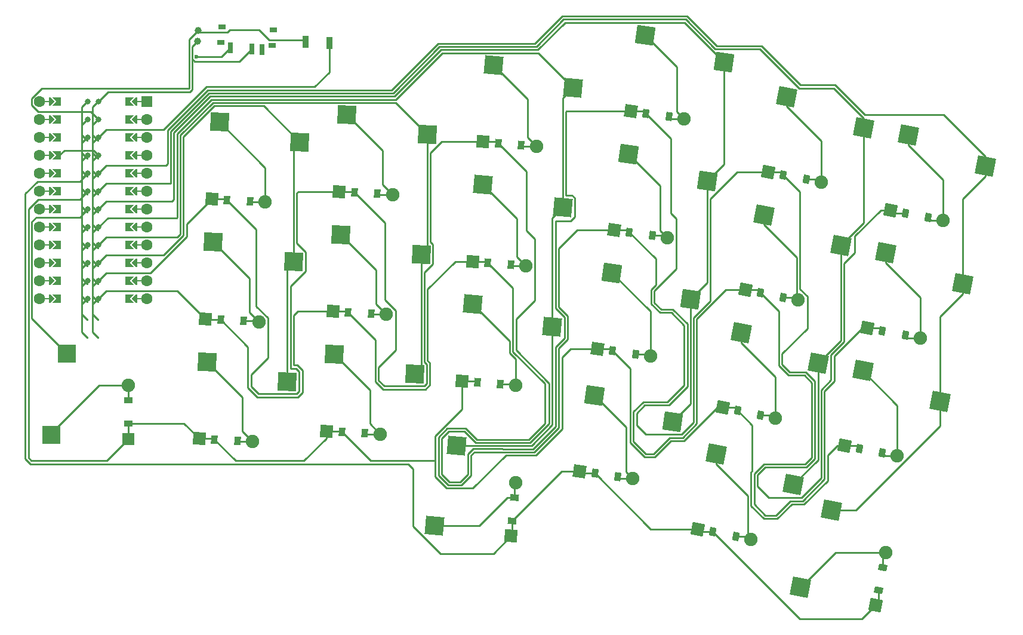
<source format=gbr>
%TF.GenerationSoftware,KiCad,Pcbnew,(6.0.9)*%
%TF.CreationDate,2022-11-07T09:36:57+01:00*%
%TF.ProjectId,itemun,6974656d-756e-42e6-9b69-6361645f7063,v1.0.0*%
%TF.SameCoordinates,Original*%
%TF.FileFunction,Copper,L2,Bot*%
%TF.FilePolarity,Positive*%
%FSLAX46Y46*%
G04 Gerber Fmt 4.6, Leading zero omitted, Abs format (unit mm)*
G04 Created by KiCad (PCBNEW (6.0.9)) date 2022-11-07 09:36:57*
%MOMM*%
%LPD*%
G01*
G04 APERTURE LIST*
G04 Aperture macros list*
%AMRotRect*
0 Rectangle, with rotation*
0 The origin of the aperture is its center*
0 $1 length*
0 $2 width*
0 $3 Rotation angle, in degrees counterclockwise*
0 Add horizontal line*
21,1,$1,$2,0,0,$3*%
%AMFreePoly0*
4,1,6,0.600000,0.200000,0.000000,-0.400000,-0.600000,0.200000,-0.600000,0.400000,0.600000,0.400000,0.600000,0.200000,0.600000,0.200000,$1*%
%AMFreePoly1*
4,1,5,0.125000,-0.500000,-0.125000,-0.500000,-0.125000,0.500000,0.125000,0.500000,0.125000,-0.500000,0.125000,-0.500000,$1*%
%AMFreePoly2*
4,1,6,0.600000,-0.250000,-0.600000,-0.250000,-0.600000,1.000000,0.000000,0.400000,0.600000,1.000000,0.600000,-0.250000,0.600000,-0.250000,$1*%
%AMFreePoly3*
4,1,49,0.004773,0.123721,0.009154,0.124665,0.028961,0.117240,0.062500,0.108253,0.068237,0.102516,0.075053,0.099961,0.087617,0.083136,0.108253,0.062500,0.111178,0.051584,0.117161,0.043572,0.118539,0.024114,0.125000,0.000000,0.121239,-0.014035,0.122131,-0.026629,0.113759,-0.041951,0.108253,-0.062500,0.095644,-0.075109,0.088389,-0.088388,-0.641000,-0.817776,-0.641000,-4.770224,
0.088389,-5.499612,0.109852,-5.528356,0.124665,-5.597154,0.099961,-5.663053,0.043572,-5.705161,-0.026629,-5.710131,-0.088388,-5.676389,-0.854388,-4.910388,-0.867707,-4.892552,-0.871189,-4.889530,-0.871982,-4.886826,-0.875852,-4.881644,-0.882331,-4.851549,-0.891000,-4.822000,-0.891000,-0.766000,-0.887805,-0.743969,-0.888131,-0.739371,-0.886780,-0.736898,-0.885852,-0.730498,-0.869151,-0.704632,
-0.854388,-0.677612,-0.088388,0.088389,-0.064606,0.106147,-0.062500,0.108253,-0.061385,0.108552,-0.059644,0.109852,-0.043806,0.113262,0.000000,0.125000,0.004773,0.123721,0.004773,0.123721,$1*%
G04 Aperture macros list end*
%TA.AperFunction,SMDPad,CuDef*%
%ADD10RotRect,2.600000X2.600000X357.000000*%
%TD*%
%TA.AperFunction,ComponentPad*%
%ADD11C,1.000000*%
%TD*%
%TA.AperFunction,SMDPad,CuDef*%
%ADD12RotRect,2.600000X2.600000X349.000000*%
%TD*%
%TA.AperFunction,SMDPad,CuDef*%
%ADD13RotRect,0.900000X1.200000X79.000000*%
%TD*%
%TA.AperFunction,ComponentPad*%
%ADD14C,1.905000*%
%TD*%
%TA.AperFunction,ComponentPad*%
%ADD15RotRect,1.778000X1.778000X79.000000*%
%TD*%
%TA.AperFunction,SMDPad,CuDef*%
%ADD16R,2.600000X2.600000*%
%TD*%
%TA.AperFunction,SMDPad,CuDef*%
%ADD17RotRect,0.900000X1.200000X349.000000*%
%TD*%
%TA.AperFunction,ComponentPad*%
%ADD18RotRect,1.778000X1.778000X349.000000*%
%TD*%
%TA.AperFunction,SMDPad,CuDef*%
%ADD19RotRect,2.600000X2.600000X352.000000*%
%TD*%
%TA.AperFunction,SMDPad,CuDef*%
%ADD20RotRect,0.900000X1.200000X357.000000*%
%TD*%
%TA.AperFunction,ComponentPad*%
%ADD21RotRect,1.778000X1.778000X357.000000*%
%TD*%
%TA.AperFunction,SMDPad,CuDef*%
%ADD22RotRect,2.600000X2.600000X79.000000*%
%TD*%
%TA.AperFunction,SMDPad,CuDef*%
%ADD23R,1.000000X0.800000*%
%TD*%
%TA.AperFunction,SMDPad,CuDef*%
%ADD24R,0.700000X1.500000*%
%TD*%
%TA.AperFunction,SMDPad,CuDef*%
%ADD25R,0.900000X1.700000*%
%TD*%
%TA.AperFunction,SMDPad,CuDef*%
%ADD26RotRect,2.600000X2.600000X355.000000*%
%TD*%
%TA.AperFunction,SMDPad,CuDef*%
%ADD27RotRect,0.900000X1.200000X355.000000*%
%TD*%
%TA.AperFunction,ComponentPad*%
%ADD28RotRect,1.778000X1.778000X355.000000*%
%TD*%
%TA.AperFunction,SMDPad,CuDef*%
%ADD29RotRect,2.600000X2.600000X85.000000*%
%TD*%
%TA.AperFunction,SMDPad,CuDef*%
%ADD30RotRect,0.900000X1.200000X352.000000*%
%TD*%
%TA.AperFunction,ComponentPad*%
%ADD31RotRect,1.778000X1.778000X352.000000*%
%TD*%
%TA.AperFunction,SMDPad,CuDef*%
%ADD32RotRect,0.900000X1.200000X85.000000*%
%TD*%
%TA.AperFunction,ComponentPad*%
%ADD33RotRect,1.778000X1.778000X85.000000*%
%TD*%
%TA.AperFunction,SMDPad,CuDef*%
%ADD34R,1.200000X0.900000*%
%TD*%
%TA.AperFunction,ComponentPad*%
%ADD35R,1.778000X1.778000*%
%TD*%
%TA.AperFunction,ComponentPad*%
%ADD36C,1.600000*%
%TD*%
%TA.AperFunction,SMDPad,CuDef*%
%ADD37FreePoly0,90.000000*%
%TD*%
%TA.AperFunction,SMDPad,CuDef*%
%ADD38FreePoly1,90.000000*%
%TD*%
%TA.AperFunction,SMDPad,CuDef*%
%ADD39FreePoly0,270.000000*%
%TD*%
%TA.AperFunction,ComponentPad*%
%ADD40R,1.600000X1.600000*%
%TD*%
%TA.AperFunction,SMDPad,CuDef*%
%ADD41FreePoly1,270.000000*%
%TD*%
%TA.AperFunction,SMDPad,CuDef*%
%ADD42FreePoly2,90.000000*%
%TD*%
%TA.AperFunction,SMDPad,CuDef*%
%ADD43FreePoly3,270.000000*%
%TD*%
%TA.AperFunction,ComponentPad*%
%ADD44C,0.800000*%
%TD*%
%TA.AperFunction,SMDPad,CuDef*%
%ADD45FreePoly3,90.000000*%
%TD*%
%TA.AperFunction,SMDPad,CuDef*%
%ADD46FreePoly2,270.000000*%
%TD*%
%TA.AperFunction,ComponentPad*%
%ADD47C,0.600000*%
%TD*%
%TA.AperFunction,Conductor*%
%ADD48C,0.250000*%
%TD*%
G04 APERTURE END LIST*
D10*
%TO.P,S3,1*%
%TO.N,outer_home*%
X34940736Y25661627D03*
%TO.P,S3,2*%
%TO.N,P14*%
X46359768Y22860162D03*
%TD*%
D11*
%TO.P,,1*%
%TO.N,RAW*%
X32701949Y54117795D03*
%TO.P,,2*%
%TO.N,GND*%
X32780453Y55615739D03*
%TD*%
D12*
%TO.P,S22,1*%
%TO.N,shift_first*%
X106322274Y-4384641D03*
%TO.P,S22,2*%
%TO.N,P20*%
X117240289Y-8748064D03*
%TD*%
D10*
%TO.P,S4,1*%
%TO.N,outer_top*%
X35830447Y42638330D03*
%TO.P,S4,2*%
%TO.N,P14*%
X47249479Y39836865D03*
%TD*%
D13*
%TO.P,D23,1*%
%TO.N,P2*%
X129328717Y-23729905D03*
D14*
%TO.N,e_first*%
X130370534Y-18370220D03*
D15*
%TO.P,D23,2*%
%TO.N,P2*%
X128916570Y-25850220D03*
D13*
%TO.N,e_first*%
X129958387Y-20490535D03*
%TD*%
D16*
%TO.P,S1,1*%
%TO.N,outouter_bottom*%
X11981505Y-1706197D03*
%TO.P,S1,2*%
%TO.N,P4*%
X14181505Y9843803D03*
%TD*%
D10*
%TO.P,S5,1*%
%TO.N,pinkie_bottom*%
X52131028Y9740137D03*
%TO.P,S5,2*%
%TO.N,P15*%
X63550060Y6938672D03*
%TD*%
D17*
%TO.P,D16,1*%
%TO.N,P16*%
X115827254Y35138880D03*
D14*
%TO.N,index_top*%
X121186939Y34097063D03*
D18*
%TO.P,D16,2*%
%TO.N,P16*%
X113706939Y35551027D03*
D17*
%TO.N,index_top*%
X119066624Y34509210D03*
%TD*%
D19*
%TO.P,S21,1*%
%TO.N,alt_first*%
X88996956Y3944389D03*
%TO.P,S21,2*%
%TO.N,P19*%
X100128371Y158350D03*
%TD*%
D12*
%TO.P,S18,1*%
%TO.N,inner_home*%
X130365387Y24112283D03*
%TO.P,S18,2*%
%TO.N,P21*%
X141283402Y19748860D03*
%TD*%
D20*
%TO.P,D5,1*%
%TO.N,P3*%
X53180722Y-1279903D03*
D14*
%TO.N,pinkie_bottom*%
X58633240Y-1565657D03*
D21*
%TO.P,D5,2*%
%TO.N,P3*%
X51023682Y-1166857D03*
D20*
%TO.N,pinkie_bottom*%
X56476200Y-1452611D03*
%TD*%
D22*
%TO.P,S23,1*%
%TO.N,e_first*%
X118269836Y-23235691D03*
%TO.P,S23,2*%
%TO.N,P21*%
X122633259Y-12317676D03*
%TD*%
D23*
%TO.P,,*%
%TO.N,*%
X36045787Y53912510D03*
X43451445Y55737429D03*
X36161450Y56119481D03*
X43335783Y53530458D03*
D24*
%TO.P,,1*%
%TO.N,pos*%
X37409850Y53190131D03*
%TO.P,,2*%
%TO.N,RAW*%
X40405739Y53033123D03*
%TO.P,,3*%
%TO.N,N/C*%
X41903683Y52954619D03*
%TD*%
D25*
%TO.P,,1*%
%TO.N,RST*%
X51415573Y53888085D03*
%TO.P,,2*%
%TO.N,GND*%
X48020233Y54066027D03*
%TD*%
D14*
%TO.P,D2,1*%
%TO.N,outer_bottom*%
X40553237Y-2620868D03*
D20*
%TO.N,P3*%
X35100719Y-2335114D03*
%TO.P,D2,2*%
%TO.N,outer_bottom*%
X38396197Y-2507822D03*
D21*
%TO.N,P3*%
X32943679Y-2222068D03*
%TD*%
D19*
%TO.P,S12,1*%
%TO.N,middle_home*%
X93884319Y38125198D03*
%TO.P,S12,2*%
%TO.N,P19*%
X105015734Y34339159D03*
%TD*%
D12*
%TO.P,S15,1*%
%TO.N,index_home*%
X113077715Y29510099D03*
%TO.P,S15,2*%
%TO.N,P20*%
X123995730Y25146676D03*
%TD*%
D20*
%TO.P,D3,1*%
%TO.N,P10*%
X35990430Y14641588D03*
D14*
%TO.N,outer_home*%
X41442948Y14355834D03*
D20*
%TO.P,D3,2*%
X39285908Y14468880D03*
D21*
%TO.N,P10*%
X33833390Y14754634D03*
%TD*%
D26*
%TO.P,S10,1*%
%TO.N,ring_top*%
X74702124Y50704958D03*
%TO.P,S10,2*%
%TO.N,P18*%
X86016430Y47506680D03*
%TD*%
D14*
%TO.P,D7,1*%
%TO.N,pinkie_top*%
X60412663Y32387748D03*
D20*
%TO.N,P16*%
X54960145Y32673502D03*
D21*
%TO.P,D7,2*%
X52803105Y32786548D03*
D20*
%TO.N,pinkie_top*%
X58255623Y32500794D03*
%TD*%
D14*
%TO.P,D9,1*%
%TO.N,ring_home*%
X79324161Y22243818D03*
D27*
%TO.N,P10*%
X73884938Y22719688D03*
D28*
%TO.P,D9,2*%
X71733157Y22907944D03*
D27*
%TO.N,ring_home*%
X77172380Y22432074D03*
%TD*%
D12*
%TO.P,S16,1*%
%TO.N,index_top*%
X116321468Y46197761D03*
%TO.P,S16,2*%
%TO.N,P20*%
X127239483Y41834338D03*
%TD*%
D10*
%TO.P,S6,1*%
%TO.N,pinkie_home*%
X53020740Y26716839D03*
%TO.P,S6,2*%
%TO.N,P15*%
X64439772Y23915374D03*
%TD*%
%TO.P,S7,1*%
%TO.N,pinkie_top*%
X53910451Y43693541D03*
%TO.P,S7,2*%
%TO.N,P15*%
X65329483Y40892076D03*
%TD*%
D20*
%TO.P,D4,1*%
%TO.N,P16*%
X36880141Y31618290D03*
D14*
%TO.N,outer_top*%
X42332659Y31332536D03*
D20*
%TO.P,D4,2*%
X40175619Y31445582D03*
D21*
%TO.N,P16*%
X34723101Y31731336D03*
%TD*%
D29*
%TO.P,S20,1*%
%TO.N,ctrl_first*%
X66308992Y-14536798D03*
%TO.P,S20,2*%
%TO.N,P18*%
X69507270Y-3222492D03*
%TD*%
D14*
%TO.P,D18,1*%
%TO.N,inner_home*%
X135230858Y12011584D03*
D17*
%TO.N,P10*%
X129871173Y13053401D03*
D18*
%TO.P,D18,2*%
X127750858Y13465548D03*
D17*
%TO.N,inner_home*%
X133110543Y12423731D03*
%TD*%
D12*
%TO.P,S17,1*%
%TO.N,inner_bottom*%
X127121634Y7424621D03*
%TO.P,S17,2*%
%TO.N,P21*%
X138039649Y3061198D03*
%TD*%
D30*
%TO.P,D21,1*%
%TO.N,P2*%
X89082196Y-7125202D03*
D14*
%TO.N,alt_first*%
X94489059Y-7885088D03*
D30*
%TO.P,D21,2*%
X92350080Y-7584474D03*
D31*
%TO.N,P2*%
X86943217Y-6824588D03*
%TD*%
D27*
%TO.P,D8,1*%
%TO.N,P3*%
X72403290Y5784378D03*
D14*
%TO.N,ring_bottom*%
X77842513Y5308508D03*
D27*
%TO.P,D8,2*%
X75690732Y5496764D03*
D28*
%TO.N,P3*%
X70251509Y5972634D03*
%TD*%
D14*
%TO.P,D13,1*%
%TO.N,middle_top*%
X101742365Y43130277D03*
D30*
%TO.N,P16*%
X96335502Y43890163D03*
%TO.P,D13,2*%
%TO.N,middle_top*%
X99603386Y43430891D03*
D31*
%TO.N,P16*%
X94196523Y44190777D03*
%TD*%
D14*
%TO.P,D22,1*%
%TO.N,shift_first*%
X111187745Y-16485340D03*
D17*
%TO.N,P2*%
X105828060Y-15443523D03*
D18*
%TO.P,D22,2*%
X103707745Y-15031376D03*
D17*
%TO.N,shift_first*%
X109067430Y-16073193D03*
%TD*%
D30*
%TO.P,D11,1*%
%TO.N,P3*%
X91603616Y10221049D03*
D14*
%TO.N,middle_bottom*%
X97010479Y9461163D03*
D30*
%TO.P,D11,2*%
X94871500Y9761777D03*
D31*
%TO.N,P3*%
X89464637Y10521663D03*
%TD*%
D14*
%TO.P,D19,1*%
%TO.N,inner_top*%
X138474611Y28699246D03*
D17*
%TO.N,P16*%
X133114926Y29741063D03*
D18*
%TO.P,D19,2*%
X130994611Y30153210D03*
D17*
%TO.N,inner_top*%
X136354296Y29111393D03*
%TD*%
D14*
%TO.P,D20,1*%
%TO.N,ctrl_first*%
X77834822Y-8433113D03*
D32*
%TO.N,P2*%
X77358952Y-13872336D03*
D33*
%TO.P,D20,2*%
X77170696Y-16024117D03*
D32*
%TO.N,ctrl_first*%
X77646566Y-10584894D03*
%TD*%
D12*
%TO.P,S19,1*%
%TO.N,inner_top*%
X133609140Y40799945D03*
%TO.P,S19,2*%
%TO.N,P21*%
X144527155Y36436522D03*
%TD*%
D30*
%TO.P,D12,1*%
%TO.N,P10*%
X93969559Y27055606D03*
D14*
%TO.N,middle_home*%
X99376422Y26295720D03*
D31*
%TO.P,D12,2*%
%TO.N,P10*%
X91830580Y27356220D03*
D30*
%TO.N,middle_home*%
X97237443Y26596334D03*
%TD*%
D34*
%TO.P,D1,1*%
%TO.N,P3*%
X22931505Y-81197D03*
D14*
%TO.N,outouter_bottom*%
X22931505Y5378803D03*
D35*
%TO.P,D1,2*%
%TO.N,P3*%
X22931505Y-2241197D03*
D34*
%TO.N,outouter_bottom*%
X22931505Y3218803D03*
%TD*%
D19*
%TO.P,S11,1*%
%TO.N,middle_bottom*%
X91518376Y21290640D03*
%TO.P,S11,2*%
%TO.N,P19*%
X102649791Y17504601D03*
%TD*%
D17*
%TO.P,D15,1*%
%TO.N,P10*%
X112583501Y18451217D03*
D14*
%TO.N,index_home*%
X117943186Y17409400D03*
D18*
%TO.P,D15,2*%
%TO.N,P10*%
X110463186Y18863364D03*
D17*
%TO.N,index_home*%
X115822871Y17821547D03*
%TD*%
D12*
%TO.P,S14,1*%
%TO.N,index_bottom*%
X109833963Y12822437D03*
%TO.P,S14,2*%
%TO.N,P20*%
X120751978Y8459014D03*
%TD*%
D26*
%TO.P,S9,1*%
%TO.N,ring_home*%
X73220477Y33769648D03*
%TO.P,S9,2*%
%TO.N,P18*%
X84534783Y30571370D03*
%TD*%
D14*
%TO.P,D6,1*%
%TO.N,pinkie_home*%
X59522952Y15411046D03*
D20*
%TO.N,P10*%
X54070434Y15696800D03*
D21*
%TO.P,D6,2*%
X51913394Y15809846D03*
D20*
%TO.N,pinkie_home*%
X57365912Y15524092D03*
%TD*%
D26*
%TO.P,S8,1*%
%TO.N,ring_bottom*%
X71738829Y16834338D03*
%TO.P,S8,2*%
%TO.N,P18*%
X83053135Y13636060D03*
%TD*%
D36*
%TO.P,MCU1,*%
%TO.N,*%
X25551505Y17598803D03*
D37*
X12089505Y37918803D03*
X12089505Y22678803D03*
X12089505Y32838803D03*
D38*
X11581505Y37918803D03*
X11581505Y30298803D03*
D39*
X23773505Y30298803D03*
D40*
X25551505Y45538803D03*
D36*
X25551505Y45538803D03*
X10311505Y27758803D03*
D38*
X11581505Y27758803D03*
D36*
X25551505Y27758803D03*
D37*
X12089505Y17598803D03*
D41*
X24281505Y22678803D03*
D39*
X23773505Y25218803D03*
D36*
X25551505Y37918803D03*
D41*
X24281505Y32838803D03*
D39*
X23773505Y37918803D03*
D38*
X11581505Y40458803D03*
D36*
X25551505Y40458803D03*
D38*
X11581505Y22678803D03*
D39*
X23773505Y40458803D03*
D41*
X24281505Y20138803D03*
D36*
X10311505Y25218803D03*
X25551505Y22678803D03*
D38*
X11581505Y45538803D03*
X11581505Y25218803D03*
D39*
X23773505Y20138803D03*
D36*
X25551505Y42998803D03*
D41*
X24281505Y35378803D03*
D38*
X11581505Y20138803D03*
D41*
X24281505Y17598803D03*
D38*
X11581505Y42998803D03*
D39*
X23773505Y45538803D03*
D41*
X24281505Y45538803D03*
D37*
X12089505Y35378803D03*
D41*
X24281505Y40458803D03*
X24281505Y30298803D03*
D36*
X10311505Y45538803D03*
D37*
X12089505Y45538803D03*
D38*
X11581505Y32838803D03*
D37*
X12089505Y20138803D03*
D36*
X10311505Y17598803D03*
D39*
X23773505Y42998803D03*
D38*
X11581505Y35378803D03*
D36*
X25551505Y35378803D03*
D39*
X23773505Y17598803D03*
D37*
X12089505Y25218803D03*
D36*
X10311505Y35378803D03*
D39*
X23773505Y32838803D03*
D41*
X24281505Y37918803D03*
D36*
X10311505Y20138803D03*
D39*
X23773505Y27758803D03*
X23773505Y22678803D03*
D36*
X25551505Y30298803D03*
D41*
X24281505Y25218803D03*
D36*
X25551505Y25218803D03*
D37*
X12089505Y42998803D03*
D36*
X10311505Y42998803D03*
X10311505Y40458803D03*
D41*
X24281505Y42998803D03*
D38*
X11581505Y17598803D03*
D36*
X25551505Y20138803D03*
D39*
X23773505Y35378803D03*
D37*
X12089505Y30298803D03*
D36*
X25551505Y32838803D03*
X10311505Y37918803D03*
X10311505Y30298803D03*
X10311505Y22678803D03*
D41*
X24281505Y27758803D03*
D37*
X12089505Y40458803D03*
D36*
X10311505Y32838803D03*
D37*
X12089505Y27758803D03*
D42*
%TO.P,MCU1,1*%
%TO.N,RAW*%
X13105505Y45538803D03*
D43*
X18693505Y45538803D03*
D44*
X18693505Y45538803D03*
D42*
%TO.P,MCU1,2*%
%TO.N,N/C*%
X13105505Y42998803D03*
D44*
%TO.N,GND*%
X18693505Y42998803D03*
D43*
X18693505Y42998803D03*
D44*
%TO.P,MCU1,3*%
%TO.N,RST*%
X18693505Y40458803D03*
D43*
X18693505Y40458803D03*
D42*
X13105505Y40458803D03*
D44*
%TO.P,MCU1,4*%
%TO.N,VCC*%
X18693505Y37918803D03*
D43*
X18693505Y37918803D03*
D42*
X13105505Y37918803D03*
D44*
%TO.P,MCU1,5*%
%TO.N,P21*%
X18693505Y35378803D03*
D43*
X18693505Y35378803D03*
D42*
X13105505Y35378803D03*
D43*
%TO.P,MCU1,6*%
%TO.N,P20*%
X18693505Y32838803D03*
D44*
X18693505Y32838803D03*
D42*
X13105505Y32838803D03*
D44*
%TO.P,MCU1,7*%
%TO.N,P19*%
X18693505Y30298803D03*
D43*
X18693505Y30298803D03*
D42*
X13105505Y30298803D03*
D44*
%TO.P,MCU1,8*%
%TO.N,P18*%
X18693505Y27758803D03*
D43*
X18693505Y27758803D03*
D42*
X13105505Y27758803D03*
D44*
%TO.P,MCU1,9*%
%TO.N,P15*%
X18693505Y25218803D03*
D43*
X18693505Y25218803D03*
D42*
X13105505Y25218803D03*
D44*
%TO.P,MCU1,10*%
%TO.N,P14*%
X18693505Y22678803D03*
D42*
X13105505Y22678803D03*
D43*
X18693505Y22678803D03*
D42*
%TO.P,MCU1,11*%
%TO.N,P16*%
X13105505Y20138803D03*
D43*
X18693505Y20138803D03*
D44*
X18693505Y20138803D03*
D42*
%TO.P,MCU1,12*%
%TO.N,P10*%
X13105505Y17598803D03*
D44*
X18693505Y17598803D03*
D43*
X18693505Y17598803D03*
D45*
%TO.P,MCU1,13*%
%TO.N,P9*%
X17169505Y17598803D03*
D46*
X22757505Y17598803D03*
D44*
X17169505Y17598803D03*
D45*
%TO.P,MCU1,14*%
%TO.N,P8*%
X17169505Y20138803D03*
D44*
X17169505Y20138803D03*
D46*
X22757505Y20138803D03*
D44*
%TO.P,MCU1,15*%
%TO.N,P7*%
X17169505Y22678803D03*
D46*
X22757505Y22678803D03*
D45*
X17169505Y22678803D03*
%TO.P,MCU1,16*%
%TO.N,P6*%
X17169505Y25218803D03*
D44*
X17169505Y25218803D03*
D46*
X22757505Y25218803D03*
D45*
%TO.P,MCU1,17*%
%TO.N,P5*%
X17169505Y27758803D03*
D46*
X22757505Y27758803D03*
D44*
X17169505Y27758803D03*
%TO.P,MCU1,18*%
%TO.N,P4*%
X17169505Y30298803D03*
D46*
X22757505Y30298803D03*
D45*
X17169505Y30298803D03*
%TO.P,MCU1,19*%
%TO.N,P3*%
X17169505Y32838803D03*
D44*
X17169505Y32838803D03*
D46*
X22757505Y32838803D03*
%TO.P,MCU1,20*%
%TO.N,P2*%
X22757505Y35378803D03*
D45*
X17169505Y35378803D03*
D44*
X17169505Y35378803D03*
D46*
%TO.P,MCU1,21*%
%TO.N,GND*%
X22757505Y37918803D03*
D45*
X17169505Y37918803D03*
D44*
X17169505Y37918803D03*
D45*
%TO.P,MCU1,22*%
X17169505Y40458803D03*
D46*
X22757505Y40458803D03*
D44*
X17169505Y40458803D03*
D45*
%TO.P,MCU1,23*%
%TO.N,P0*%
X17169505Y42998803D03*
D44*
X17169505Y42998803D03*
D46*
X22757505Y42998803D03*
D44*
%TO.P,MCU1,24*%
%TO.N,P1*%
X17169505Y45538803D03*
D45*
X17169505Y45538803D03*
D46*
X22757505Y45538803D03*
%TD*%
D19*
%TO.P,S13,1*%
%TO.N,middle_top*%
X96250261Y54959755D03*
%TO.P,S13,2*%
%TO.N,P19*%
X107381676Y51173716D03*
%TD*%
D14*
%TO.P,D14,1*%
%TO.N,index_bottom*%
X114699434Y721738D03*
D17*
%TO.N,P3*%
X109339749Y1763555D03*
%TO.P,D14,2*%
%TO.N,index_bottom*%
X112579119Y1133885D03*
D18*
%TO.N,P3*%
X107219434Y2175702D03*
%TD*%
D10*
%TO.P,S2,1*%
%TO.N,outer_bottom*%
X34051025Y8684925D03*
%TO.P,S2,2*%
%TO.N,P14*%
X45470057Y5883460D03*
%TD*%
D14*
%TO.P,D10,1*%
%TO.N,ring_top*%
X80805809Y39179128D03*
D27*
%TO.N,P16*%
X75366586Y39654998D03*
D28*
%TO.P,D10,2*%
X73214805Y39843254D03*
D27*
%TO.N,ring_top*%
X78654028Y39367384D03*
%TD*%
D17*
%TO.P,D17,1*%
%TO.N,P3*%
X126627420Y-3634261D03*
D14*
%TO.N,inner_bottom*%
X131987105Y-4676078D03*
D18*
%TO.P,D17,2*%
%TO.N,P3*%
X124507105Y-3222114D03*
D17*
%TO.N,inner_bottom*%
X129866790Y-4263931D03*
%TD*%
D47*
%TO.P,REF\u002A\u002A,1*%
%TO.N,pos*%
X32584193Y51870878D03*
%TD*%
D48*
%TO.N,outer_top*%
X42332659Y36136118D02*
X35830447Y42638330D01*
X42332659Y31332536D02*
X42332659Y36136118D01*
X40288665Y31332536D02*
X40175619Y31445582D01*
X42332659Y31332536D02*
X40288665Y31332536D01*
X42219613Y31445582D02*
X42332659Y31332536D01*
X40175619Y31445582D02*
X40175619Y31710301D01*
%TO.N,outouter_bottom*%
X22931505Y5378803D02*
X22931505Y3218803D01*
X11981505Y-1426196D02*
X18786504Y5378803D01*
X18786504Y5378803D02*
X22931505Y5378803D01*
X11981505Y-1706197D02*
X11981505Y-1426196D01*
%TO.N,P4*%
X9845514Y29173803D02*
X16044505Y29173803D01*
X14181505Y9843803D02*
X9186505Y14838803D01*
X16044505Y29173803D02*
X17169505Y30298803D01*
X9186505Y14838803D02*
X9186505Y28514794D01*
X9186505Y28514794D02*
X9845514Y29173803D01*
%TO.N,P3*%
X108927602Y2175702D02*
X109339749Y1763555D01*
X111412105Y-308801D02*
X111412105Y-6812076D01*
X99881396Y-2534924D02*
X97571469Y-4844851D01*
X66442470Y-4856198D02*
X66446834Y-4851834D01*
X9141598Y-5306198D02*
X8736505Y-4901105D01*
X94115085Y7709579D02*
X91603616Y10221049D01*
X22931505Y-81197D02*
X30802808Y-81197D01*
X47825336Y-5362264D02*
X51023682Y-2163918D01*
X91303002Y10521663D02*
X91603616Y10221049D01*
X72215034Y5972634D02*
X72403290Y5784378D01*
X80694792Y-4575800D02*
X84421867Y-848725D01*
X109339749Y1763555D02*
X111412105Y-308801D01*
X111412105Y-6812076D02*
X111250459Y-6973722D01*
X38127869Y-5362264D02*
X47825336Y-5362264D01*
X66446834Y-1816938D02*
X70251509Y1987737D01*
X66446834Y-5486834D02*
X66446834Y-7634472D01*
X19866504Y-5306198D02*
X9141598Y-5306198D01*
X85621730Y10521663D02*
X89464637Y10521663D01*
X111250459Y-11734655D02*
X113091376Y-13575572D01*
X70251509Y5972634D02*
X72215034Y5972634D01*
X107219434Y2175702D02*
X108927602Y2175702D01*
X124507105Y-3222114D02*
X126215273Y-3222114D01*
X66446834Y-5436034D02*
X66446834Y-1816938D01*
X113091376Y-13575572D02*
X114948055Y-13575572D01*
X51023682Y-1166857D02*
X53067676Y-1166857D01*
X22931505Y-2241197D02*
X22931505Y-81197D01*
X34987673Y-2222068D02*
X35100719Y-2335114D01*
X94110242Y2707103D02*
X94115085Y2711946D01*
X118775764Y-11497231D02*
X122101978Y-8171016D01*
X76479400Y-4575800D02*
X80694792Y-4575800D01*
X123451864Y-3222114D02*
X124507105Y-3222114D01*
X16044505Y31713803D02*
X17169505Y32838803D01*
X94110242Y-2790796D02*
X94110242Y2707103D01*
X97571469Y-4844851D02*
X96164297Y-4844851D01*
X35100719Y-2335114D02*
X38127869Y-5362264D01*
X32943679Y-2222068D02*
X34987673Y-2222068D01*
X89464637Y10521663D02*
X91303002Y10521663D01*
X30802808Y-81197D02*
X32943679Y-2222068D01*
X53180722Y-1279903D02*
X57263083Y-5362264D01*
X96164297Y-4844851D02*
X94110242Y-2790796D01*
X22931505Y-2241197D02*
X19866504Y-5306198D01*
X8736505Y-4901105D02*
X8736505Y30314795D01*
X117026396Y-11497231D02*
X118775764Y-11497231D01*
X66373064Y-5362264D02*
X66446834Y-5436034D01*
X122101978Y-8171016D02*
X122101978Y-4572000D01*
X8736505Y30314795D02*
X10135514Y31713803D01*
X71795170Y-9260030D02*
X76479400Y-4575800D01*
X122101978Y-4572000D02*
X123451864Y-3222114D01*
X126215273Y-3222114D02*
X126627420Y-3634261D01*
X66446834Y-1816938D02*
X66446834Y-4851834D01*
X51023682Y-2163918D02*
X51023682Y-1166857D01*
X107219434Y2175702D02*
X106452833Y2175702D01*
X114948055Y-13575572D02*
X117026396Y-11497231D01*
X94115085Y2711946D02*
X94115085Y7709579D01*
X53067676Y-1166857D02*
X53180722Y-1279903D01*
X106452833Y2175702D02*
X101742207Y-2534924D01*
X111250459Y-6973722D02*
X111250459Y-11734655D01*
X10135514Y31713803D02*
X16044505Y31713803D01*
X70251509Y1987737D02*
X70251509Y5972634D01*
X101742207Y-2534924D02*
X99881396Y-2534924D01*
X66446834Y-7634472D02*
X68072392Y-9260030D01*
X57263083Y-5362264D02*
X66373064Y-5362264D01*
X66446834Y-5436034D02*
X66446834Y-5486834D01*
X84421867Y-848725D02*
X84421867Y9321800D01*
X68072392Y-9260030D02*
X71795170Y-9260030D01*
X84421867Y9321800D02*
X85621730Y10521663D01*
%TO.N,outer_bottom*%
X39099639Y-1167270D02*
X40553237Y-2620868D01*
X38509243Y-2620868D02*
X38396197Y-2507822D01*
X40553237Y-2620868D02*
X38509243Y-2620868D01*
X34051025Y8684925D02*
X39099639Y3636311D01*
X39099639Y3636311D02*
X39099639Y-1167270D01*
%TO.N,P14*%
X46359768Y22860162D02*
X46359768Y38947154D01*
X45470057Y21970451D02*
X46359768Y22860162D01*
X45470057Y5883460D02*
X45470057Y21970451D01*
X30731486Y40595427D02*
X30731486Y26614189D01*
X46359768Y38947154D02*
X47249479Y39836865D01*
X42139202Y44947142D02*
X35083201Y44947142D01*
X47249479Y39836865D02*
X42139202Y44947142D01*
X19818505Y23803803D02*
X18693505Y22678803D01*
X35083201Y44947142D02*
X30731486Y40595427D01*
X27921100Y23803803D02*
X19818505Y23803803D01*
X30731486Y26614189D02*
X27921100Y23803803D01*
%TO.N,outer_home*%
X40095910Y20506453D02*
X34940736Y25661627D01*
X41329902Y14468880D02*
X41442948Y14355834D01*
X39285908Y14468880D02*
X41329902Y14468880D01*
X41442948Y14355834D02*
X40095910Y15702872D01*
X40095910Y15702872D02*
X40095910Y20506453D01*
%TO.N,P10*%
X101749791Y13844213D02*
X99958612Y15635392D01*
X81977802Y5600002D02*
X81977802Y-73894D01*
X33946436Y14641588D02*
X33833390Y14754634D01*
X35990430Y14641588D02*
X33946436Y14641588D01*
X121651978Y-7984620D02*
X118589368Y-11047231D01*
X95962828Y2979776D02*
X99402562Y2979776D01*
X97081662Y16861342D02*
X97081662Y18923440D01*
X77465597Y19139029D02*
X77465597Y10112207D01*
X83971867Y-662329D02*
X83971867Y10564471D01*
X113062412Y-5798164D02*
X118917396Y-5798164D01*
X83971867Y10564471D02*
X85236491Y11829095D01*
X123051145Y5911771D02*
X121651978Y4512604D01*
X35990430Y14641588D02*
X39874545Y10757473D01*
X81977802Y-73894D02*
X79729204Y-2322492D01*
X96350693Y-4394851D02*
X94560242Y-2604400D01*
X65086242Y4782400D02*
X65702600Y5398758D01*
X127031304Y13465548D02*
X123051145Y9485389D01*
X47611312Y7445545D02*
X46852657Y8204200D01*
X107688560Y18863364D02*
X103549791Y14724595D01*
X73696682Y22907944D02*
X73884938Y22719688D01*
X80508396Y-4125800D02*
X83971867Y-662329D01*
X46370057Y8204200D02*
X46370057Y15214600D01*
X116574102Y6758912D02*
X115196200Y8136814D01*
X29864221Y18723803D02*
X33833390Y14754634D01*
X51913394Y15809846D02*
X53957388Y15809846D01*
X71733157Y22907944D02*
X73696682Y22907944D01*
X97740411Y19582189D02*
X97740411Y23284754D01*
X70768678Y-739482D02*
X68160686Y-739482D01*
X47611312Y4332261D02*
X47611312Y7445545D01*
X46852657Y8204200D02*
X46370057Y8204200D01*
X65702600Y5398758D02*
X65702600Y8501772D01*
X118917396Y-5798164D02*
X119851978Y-4863583D01*
X97740411Y23284754D02*
X93969559Y27055606D01*
X99402562Y2979776D02*
X101749791Y5327005D01*
X66896834Y-2003334D02*
X66896834Y-7448076D01*
X99695000Y-2084924D02*
X97385073Y-4394851D01*
X111700459Y-7160118D02*
X113062412Y-5798164D01*
X57954548Y11812686D02*
X57954548Y5874256D01*
X66896834Y-7448076D02*
X68258788Y-8810030D01*
X97385073Y-4394851D02*
X96350693Y-4394851D01*
X69273916Y22907944D02*
X71733157Y22907944D01*
X110463186Y18863364D02*
X112171354Y18863364D01*
X71999396Y-4125800D02*
X80508396Y-4125800D01*
X83953135Y24765000D02*
X86544355Y27356220D01*
X98307612Y15635392D02*
X97081662Y16861342D01*
X127750858Y13465548D02*
X127031304Y13465548D01*
X18693505Y17598803D02*
X19818505Y18723803D01*
X71546836Y-7448076D02*
X71546836Y-4578360D01*
X114761659Y-13125572D02*
X113277772Y-13125572D01*
X65339772Y8864600D02*
X65339772Y18973800D01*
X68258788Y-8810030D02*
X70184882Y-8810030D01*
X41190204Y3690200D02*
X46969251Y3690200D01*
X46370057Y15214600D02*
X46965303Y15809846D01*
X94560242Y1577189D02*
X95962828Y2979776D01*
X73884938Y22719688D02*
X77465597Y19139029D01*
X103549791Y14724595D02*
X103549791Y-90944D01*
X115196200Y8136814D02*
X115196200Y15838518D01*
X54070434Y15696800D02*
X57954548Y11812686D01*
X115196200Y15838518D02*
X112583501Y18451217D01*
X113277772Y-13125572D02*
X111700459Y-11548259D01*
X116840000Y-11047231D02*
X114761659Y-13125572D01*
X83953135Y16454461D02*
X83953135Y24765000D01*
X79729204Y-2322492D02*
X72351688Y-2322492D01*
X53957388Y15809846D02*
X54070434Y15696800D01*
X99958612Y15635392D02*
X98307612Y15635392D01*
X71546836Y-4578360D02*
X71999396Y-4125800D01*
X112171354Y18863364D02*
X112583501Y18451217D01*
X39874545Y5005859D02*
X41190204Y3690200D01*
X118803834Y6758912D02*
X116574102Y6758912D01*
X86544355Y27356220D02*
X91830580Y27356220D01*
X110463186Y18863364D02*
X107688560Y18863364D01*
X72351688Y-2322492D02*
X70768678Y-739482D01*
X118589368Y-11047231D02*
X116840000Y-11047231D01*
X129459026Y13465548D02*
X129871173Y13053401D01*
X19818505Y18723803D02*
X29864221Y18723803D01*
X46965303Y15809846D02*
X51913394Y15809846D01*
X101555811Y-2084924D02*
X99695000Y-2084924D01*
X97081662Y18923440D02*
X97740411Y19582189D01*
X121651978Y4512604D02*
X121651978Y-7984620D01*
X65702600Y8501772D02*
X65339772Y8864600D01*
X39874545Y10757473D02*
X39874545Y5005859D01*
X57954548Y5874256D02*
X59046404Y4782400D01*
X111700459Y-11548259D02*
X111700459Y-7160118D01*
X127750858Y13465548D02*
X129459026Y13465548D01*
X65339772Y18973800D02*
X69273916Y22907944D01*
X123051145Y9485389D02*
X123051145Y5911771D01*
X77465597Y10112207D02*
X81977802Y5600002D01*
X70184882Y-8810030D02*
X71546836Y-7448076D01*
X94560242Y-2604400D02*
X94560242Y1577189D01*
X93668945Y27356220D02*
X93969559Y27055606D01*
X68160686Y-739482D02*
X66896834Y-2003334D01*
X103549791Y-90944D02*
X101555811Y-2084924D01*
X119851978Y-4863583D02*
X119851978Y5710768D01*
X85236491Y11829095D02*
X85236491Y15171105D01*
X59046404Y4782400D02*
X65086242Y4782400D01*
X101749791Y5327005D02*
X101749791Y13844213D01*
X119851978Y5710768D02*
X118803834Y6758912D01*
X91830580Y27356220D02*
X93668945Y27356220D01*
X85236491Y15171105D02*
X83953135Y16454461D01*
X46969251Y3690200D02*
X47611312Y4332261D01*
%TO.N,P16*%
X124445730Y22584826D02*
X125980825Y24119921D01*
X98494008Y16085392D02*
X100145008Y16085392D01*
X68445184Y-8360030D02*
X69998486Y-8360030D01*
X105465734Y31754841D02*
X109261920Y35551027D01*
X99897605Y29687129D02*
X100653922Y28930812D01*
X65779483Y38286018D02*
X65779483Y25654000D01*
X103099791Y95452D02*
X103099791Y14910991D01*
X131406758Y29741063D02*
X130994611Y30153210D01*
X19818505Y21263803D02*
X18693505Y20138803D01*
X66131027Y25302456D02*
X66131027Y22550571D01*
X120301978Y5897164D02*
X120301978Y-5049979D01*
X42720448Y9227414D02*
X42720448Y14884992D01*
X113706939Y35551027D02*
X115415107Y35551027D01*
X34723101Y31731336D02*
X31181486Y28189721D01*
X46822756Y25453232D02*
X48051023Y24224965D01*
X64889772Y21309316D02*
X64889772Y8636000D01*
X99588958Y2529776D02*
X96149224Y2529776D01*
X115827254Y35138880D02*
X118167546Y32798588D01*
X64899846Y5232400D02*
X59232800Y5232400D01*
X41046400Y27452030D02*
X36880141Y31618290D01*
X73214805Y39843254D02*
X67336719Y39843254D01*
X54847099Y32786548D02*
X54960145Y32673502D01*
X84984783Y44094400D02*
X85081160Y44190777D01*
X84786491Y14984709D02*
X83503135Y16268065D01*
X46809768Y32562800D02*
X46809768Y25453232D01*
X66131027Y22550571D02*
X64889772Y21309316D01*
X80601661Y17384209D02*
X77915597Y14698146D01*
X105465734Y17276934D02*
X105465734Y31754841D01*
X112150459Y-8950259D02*
X113797431Y-10597231D01*
X73214805Y39843254D02*
X75178330Y39843254D01*
X34723101Y31731336D02*
X36767095Y31731336D01*
X116760498Y7208912D02*
X118990230Y7208912D01*
X118167546Y18991698D02*
X119220686Y17938558D01*
X86268139Y29255000D02*
X86268139Y31887740D01*
X31181486Y28189721D02*
X31181486Y26427793D01*
X129638660Y30153210D02*
X130994611Y30153210D01*
X48051023Y21495359D02*
X45920057Y19364393D01*
X64908790Y8636000D02*
X65252600Y8292190D01*
X86268139Y31887740D02*
X85851153Y32304726D01*
X65252600Y8292190D02*
X65252600Y5585154D01*
X70582282Y-1189482D02*
X68347082Y-1189482D01*
X119220686Y13419102D02*
X115646200Y9844616D01*
X119220686Y17938558D02*
X119220686Y13419102D01*
X40324545Y6831511D02*
X42720448Y9227414D01*
X95010242Y1390793D02*
X95010242Y-293642D01*
X68347082Y-1189482D02*
X67346834Y-2189730D01*
X75178330Y39843254D02*
X75366586Y39654998D01*
X26017496Y21263803D02*
X19818505Y21263803D01*
X75996800Y-3672492D02*
X76000108Y-3675800D01*
X95010242Y-293642D02*
X96351524Y-1634924D01*
X58404548Y7886723D02*
X60818912Y10301088D01*
X118402972Y-10597231D02*
X121201978Y-7798225D01*
X82603135Y-84957D02*
X79915600Y-2772492D01*
X115646200Y8323210D02*
X116760498Y7208912D01*
X96149224Y2529776D02*
X95010242Y1390793D01*
X85664339Y28651200D02*
X86268139Y29255000D01*
X59232800Y5232400D02*
X58404548Y6060652D01*
X47161312Y7248263D02*
X47161312Y4518657D01*
X46782855Y4140200D02*
X41376600Y4140200D01*
X84786491Y12015491D02*
X84786491Y14984709D01*
X84988400Y32304726D02*
X84984783Y32308343D01*
X122601145Y9671785D02*
X124445730Y11516370D01*
X67346834Y-2189730D02*
X67346834Y-7261680D01*
X80601661Y26080674D02*
X80601661Y17384209D01*
X109261920Y35551027D02*
X113706939Y35551027D01*
X40324545Y5192255D02*
X40324545Y6831511D01*
X113797431Y-10597231D02*
X118402972Y-10597231D01*
X69998486Y-8360030D02*
X71096836Y-7261680D01*
X82603135Y5611065D02*
X82603135Y-84957D01*
X120301978Y-5049979D02*
X119103792Y-6248164D01*
X115415107Y35551027D02*
X115827254Y35138880D01*
X47161312Y4518657D02*
X46782855Y4140200D01*
X122601145Y6098167D02*
X122601145Y9671785D01*
X115646200Y9844616D02*
X115646200Y8323210D01*
X133114926Y29741063D02*
X131406758Y29741063D01*
X60818912Y15921744D02*
X59294260Y17446396D01*
X83503135Y-494665D02*
X83503135Y10732135D01*
X96351524Y-1634924D02*
X101369415Y-1634924D01*
X83503135Y10732135D02*
X84786491Y12015491D01*
X59294260Y28339387D02*
X54960145Y32673502D01*
X97531662Y18737044D02*
X97531662Y17047738D01*
X46662575Y7747000D02*
X47161312Y7248263D01*
X79915600Y-2772492D02*
X72165292Y-2772492D01*
X85851153Y32304726D02*
X84988400Y32304726D01*
X101369415Y-1634924D02*
X103099791Y95452D01*
X48051023Y24224965D02*
X48051023Y21495359D01*
X99897605Y40328060D02*
X99897605Y29687129D01*
X83503135Y28651200D02*
X85664339Y28651200D01*
X103099791Y14910991D02*
X105465734Y17276934D01*
X84984783Y32308343D02*
X84984783Y44094400D01*
X41376600Y4140200D02*
X40324545Y5192255D01*
X60818912Y10301088D02*
X60818912Y15921744D01*
X65252600Y5585154D02*
X64899846Y5232400D01*
X102199791Y14030609D02*
X102199791Y5140609D01*
X71096836Y-7261680D02*
X71096836Y-4391964D01*
X45920057Y19364393D02*
X45920057Y7747000D01*
X94196523Y44190777D02*
X96034888Y44190777D01*
X64889772Y8636000D02*
X64908790Y8636000D01*
X97531662Y17047738D02*
X98494008Y16085392D01*
X113248808Y-6248164D02*
X112150459Y-7346514D01*
X71096836Y-4391964D02*
X71816308Y-3672492D01*
X121201978Y4699000D02*
X122601145Y6098167D01*
X36767095Y31731336D02*
X36880141Y31618290D01*
X125980825Y24119921D02*
X125980825Y26495375D01*
X125980825Y26495375D02*
X129638660Y30153210D01*
X85081160Y44190777D02*
X94196523Y44190777D01*
X77915597Y14698146D02*
X77915597Y10298603D01*
X100653922Y28930812D02*
X100653922Y21859304D01*
X65779483Y25654000D02*
X66131027Y25302456D01*
X124445730Y11516370D02*
X124445730Y22584826D01*
X96335502Y43890163D02*
X99897605Y40328060D01*
X75366586Y39654998D02*
X79397245Y35624339D01*
X76000108Y-3675800D02*
X80322000Y-3675800D01*
X52803105Y32786548D02*
X47033516Y32786548D01*
X100653922Y21859304D02*
X97531662Y18737044D01*
X80322000Y-3675800D02*
X83503135Y-494665D01*
X67336719Y39843254D02*
X65779483Y38286018D01*
X58404548Y6060652D02*
X58404548Y7886723D01*
X45920057Y7747000D02*
X46662575Y7747000D01*
X71816308Y-3672492D02*
X75996800Y-3672492D01*
X118990230Y7208912D02*
X120301978Y5897164D01*
X79397245Y27285089D02*
X80601661Y26080674D01*
X102199791Y5140609D02*
X99588958Y2529776D01*
X41046400Y16559040D02*
X41046400Y27452030D01*
X96034888Y44190777D02*
X96335502Y43890163D01*
X77915597Y10298603D02*
X82603135Y5611065D01*
X72165292Y-2772492D02*
X70582282Y-1189482D01*
X52803105Y32786548D02*
X54847099Y32786548D01*
X59294260Y17446396D02*
X59294260Y28339387D01*
X83503135Y16268065D02*
X83503135Y28651200D01*
X46809768Y25453232D02*
X46822756Y25453232D01*
X112150459Y-7346514D02*
X112150459Y-8950259D01*
X42720448Y14884992D02*
X41046400Y16559040D01*
X100145008Y16085392D02*
X102199791Y14030609D01*
X79397245Y35624339D02*
X79397245Y27285089D01*
X119103792Y-6248164D02*
X113248808Y-6248164D01*
X67346834Y-7261680D02*
X68445184Y-8360030D01*
X118167546Y32798588D02*
X118167546Y18991698D01*
X31181486Y26427793D02*
X26017496Y21263803D01*
X121201978Y-7798225D02*
X121201978Y4699000D01*
X47033516Y32786548D02*
X46809768Y32562800D01*
%TO.N,pinkie_bottom*%
X57179642Y4691523D02*
X57179642Y-112059D01*
X56589246Y-1565657D02*
X56476200Y-1452611D01*
X52131028Y9740137D02*
X57179642Y4691523D01*
X57179642Y-112059D02*
X58633240Y-1565657D01*
X58633240Y-1565657D02*
X56589246Y-1565657D01*
%TO.N,P15*%
X30281486Y40781823D02*
X30281486Y26800585D01*
X34896805Y45397142D02*
X30281486Y40781823D01*
X65329483Y40892076D02*
X60824417Y45397142D01*
X30281486Y26800585D02*
X29824704Y26343803D01*
X60824417Y45397142D02*
X34896805Y45397142D01*
X65329483Y40892076D02*
X65329483Y24805085D01*
X29824704Y26343803D02*
X19818505Y26343803D01*
X19818505Y26343803D02*
X18693505Y25218803D01*
X64439772Y23915374D02*
X64439772Y7828384D01*
X65329483Y24805085D02*
X64439772Y23915374D01*
X64439772Y7828384D02*
X63550060Y6938672D01*
%TO.N,pinkie_home*%
X58069354Y21668225D02*
X58069354Y16864644D01*
X59522952Y15411046D02*
X57478958Y15411046D01*
X53020740Y26716839D02*
X58069354Y21668225D01*
X57478958Y15411046D02*
X57365912Y15524092D01*
X58069354Y16864644D02*
X59522952Y15411046D01*
%TO.N,pinkie_top*%
X58978800Y38625192D02*
X58978800Y33821611D01*
X53910451Y43693541D02*
X58978800Y38625192D01*
X60412663Y32387748D02*
X58368669Y32387748D01*
X58368669Y32387748D02*
X58255623Y32500794D01*
X58978800Y33821611D02*
X60412663Y32387748D01*
%TO.N,ring_bottom*%
X77015597Y11579603D02*
X77015597Y9925811D01*
X77842513Y9098895D02*
X77842513Y5308508D01*
X77015597Y9925811D02*
X77842513Y9098895D01*
X77654257Y5496764D02*
X77842513Y5308508D01*
X71760862Y16834338D02*
X77015597Y11579603D01*
X75690732Y5496764D02*
X77654257Y5496764D01*
X71738829Y16834338D02*
X71760862Y16834338D01*
%TO.N,P18*%
X20017505Y29082803D02*
X18693505Y27758803D01*
X69507270Y-3222492D02*
X80108292Y-3222492D01*
X80108292Y-3222492D02*
X80111600Y-3225800D01*
X81084796Y52438314D02*
X67424172Y52438314D01*
X29831486Y29159200D02*
X29755089Y29082803D01*
X34710409Y45847142D02*
X29831486Y40968219D01*
X29831486Y40968219D02*
X29831486Y29159200D01*
X84534783Y30571370D02*
X84534783Y46025033D01*
X29755089Y29082803D02*
X20017505Y29082803D01*
X86016430Y47506680D02*
X81084796Y52438314D01*
X60833000Y45847142D02*
X34710409Y45847142D01*
X84534783Y46025033D02*
X86016430Y47506680D01*
X83053135Y-284265D02*
X80111600Y-3225800D01*
X83053135Y13636060D02*
X83053135Y-284265D01*
X67424172Y52438314D02*
X60833000Y45847142D01*
X83053135Y13636060D02*
X83053135Y29089722D01*
X83053135Y29089722D02*
X84534783Y30571370D01*
%TO.N,ring_home*%
X77360636Y22243818D02*
X77172380Y22432074D01*
X79324161Y22243818D02*
X77360636Y22243818D01*
X78053939Y23514040D02*
X79324161Y22243818D01*
X78053939Y28936186D02*
X78053939Y23514040D01*
X73220477Y33769648D02*
X78053939Y28936186D01*
%TO.N,ring_top*%
X79535586Y45871496D02*
X79535586Y40449351D01*
X78842284Y39179128D02*
X78654028Y39367384D01*
X79535586Y40449351D02*
X80805809Y39179128D01*
X74702124Y50704958D02*
X79535586Y45871496D01*
X80805809Y39179128D02*
X78842284Y39179128D01*
%TO.N,middle_bottom*%
X91518376Y21290640D02*
X97010479Y15798537D01*
X94871500Y9761777D02*
X96709865Y9761777D01*
X97010479Y15798537D02*
X97010479Y9461163D01*
X96709865Y9761777D02*
X97010479Y9461163D01*
%TO.N,P19*%
X60646604Y46297142D02*
X67237776Y52888314D01*
X105015734Y19870544D02*
X102649791Y17504601D01*
X80975200Y52888314D02*
X84855886Y56769000D01*
X84855886Y56769000D02*
X101786392Y56769000D01*
X34524013Y46297142D02*
X60646604Y46297142D01*
X29129797Y31423803D02*
X29381486Y31675492D01*
X102649791Y17504601D02*
X102649791Y2679770D01*
X107381676Y36705101D02*
X105015734Y34339159D01*
X101786392Y56769000D02*
X107381676Y51173716D01*
X19818505Y31423803D02*
X29129797Y31423803D01*
X107381676Y51173716D02*
X107381676Y36705101D01*
X67237776Y52888314D02*
X80975200Y52888314D01*
X105015734Y34339159D02*
X105015734Y19870544D01*
X102649791Y2679770D02*
X100128371Y158350D01*
X18693505Y30298803D02*
X19818505Y31423803D01*
X29381486Y41154615D02*
X34524013Y46297142D01*
X29381486Y31675492D02*
X29381486Y41154615D01*
%TO.N,middle_home*%
X99075808Y26596334D02*
X99376422Y26295720D01*
X98388868Y33620649D02*
X98388868Y27283274D01*
X93884319Y38125198D02*
X98388868Y33620649D01*
X98388868Y27283274D02*
X99376422Y26295720D01*
X97237443Y26596334D02*
X99075808Y26596334D01*
%TO.N,middle_top*%
X101742365Y43130277D02*
X99904000Y43130277D01*
X100754810Y50455206D02*
X100754810Y44117832D01*
X96250261Y54959755D02*
X100754810Y50455206D01*
X99904000Y43130277D02*
X99603386Y43430891D01*
X100754810Y44117832D02*
X101742365Y43130277D01*
%TO.N,index_bottom*%
X109833963Y11391373D02*
X114699434Y6525902D01*
X114699434Y6525902D02*
X114699434Y721738D01*
X114287287Y1133885D02*
X114699434Y721738D01*
X112579119Y1133885D02*
X114287287Y1133885D01*
X109833963Y12822437D02*
X109833963Y11391373D01*
%TO.N,P20*%
X28931486Y41341011D02*
X34337617Y46747142D01*
X120751978Y8459014D02*
X120751978Y-5236375D01*
X123995730Y25146676D02*
X123995730Y11702766D01*
X127239483Y41834338D02*
X127239483Y28390429D01*
X18693505Y32838803D02*
X19818505Y33963803D01*
X67051380Y53338314D02*
X80788804Y53338314D01*
X127239483Y28390429D02*
X123995730Y25146676D01*
X34337617Y46747142D02*
X60460208Y46747142D01*
X60460208Y46747142D02*
X67051380Y53338314D01*
X118083216Y47447863D02*
X122950290Y47447863D01*
X19818505Y33963803D02*
X28901197Y33963803D01*
X101972788Y57219000D02*
X106176994Y53014794D01*
X80788804Y53338314D02*
X84669490Y57219000D01*
X123995730Y11702766D02*
X120751978Y8459014D01*
X84669490Y57219000D02*
X101972788Y57219000D01*
X28905200Y33959800D02*
X28931486Y33959800D01*
X28931486Y33959800D02*
X28931486Y41341011D01*
X127239483Y43158670D02*
X127239483Y41834338D01*
X28901197Y33963803D02*
X28905200Y33959800D01*
X122950290Y47447863D02*
X127239483Y43158670D01*
X120751978Y-5236375D02*
X117240289Y-8748064D01*
X112516285Y53014794D02*
X118083216Y47447863D01*
X106176994Y53014794D02*
X112516285Y53014794D01*
%TO.N,index_home*%
X117717546Y23439204D02*
X117717546Y17635040D01*
X113077715Y29510099D02*
X113077715Y28079035D01*
X117531039Y17821547D02*
X117943186Y17409400D01*
X115822871Y17821547D02*
X117531039Y17821547D01*
X113077715Y28079035D02*
X117717546Y23439204D01*
X117717546Y17635040D02*
X117943186Y17409400D01*
%TO.N,index_top*%
X120774792Y34509210D02*
X121186939Y34097063D01*
X121186939Y40007958D02*
X121186939Y34097063D01*
X119066624Y34509210D02*
X120774792Y34509210D01*
X116321468Y44873429D02*
X121186939Y40007958D01*
X116321468Y46197761D02*
X116321468Y44873429D01*
%TO.N,inner_bottom*%
X131987105Y-4676078D02*
X130278937Y-4676078D01*
X130278937Y-4676078D02*
X129866790Y-4263931D01*
X127121634Y7424621D02*
X127121634Y7362900D01*
X127121634Y7362900D02*
X131987105Y2497429D01*
X131987105Y2497429D02*
X131987105Y-4676078D01*
%TO.N,P21*%
X28256889Y36503803D02*
X19818505Y36503803D01*
X126152165Y-12317676D02*
X138039649Y-430192D01*
X60273812Y47197142D02*
X34151221Y47197142D01*
X112702681Y53464794D02*
X106363390Y53464794D01*
X144527155Y36436522D02*
X144527155Y34990778D01*
X80602408Y53788314D02*
X66864984Y53788314D01*
X141283402Y19748860D02*
X141283402Y18303116D01*
X141283402Y31747025D02*
X141283402Y19748860D01*
X84483094Y57669000D02*
X80602408Y53788314D01*
X118269612Y47897863D02*
X112702681Y53464794D01*
X123141242Y47897863D02*
X118269612Y47897863D01*
X122633259Y-12317676D02*
X126152165Y-12317676D01*
X102159184Y57669000D02*
X84483094Y57669000D01*
X28481486Y36728400D02*
X28256889Y36503803D01*
X34151221Y47197142D02*
X28481486Y41527407D01*
X28481486Y41527407D02*
X28481486Y36728400D01*
X138039649Y-430192D02*
X138039649Y3061198D01*
X144527155Y36436522D02*
X144527155Y37760854D01*
X66864984Y53788314D02*
X60273812Y47197142D01*
X106363390Y53464794D02*
X102159184Y57669000D01*
X144527155Y34990778D02*
X141283402Y31747025D01*
X19818505Y36503803D02*
X18693505Y35378803D01*
X127355600Y43683505D02*
X123141242Y47897863D01*
X138604504Y43683505D02*
X127355600Y43683505D01*
X144527155Y37760854D02*
X138604504Y43683505D01*
X141283402Y18303116D02*
X138039649Y15059363D01*
X138039649Y15059363D02*
X138039649Y3061198D01*
%TO.N,inner_home*%
X133522690Y12011584D02*
X133110543Y12423731D01*
X135230858Y17815748D02*
X135230858Y12011584D01*
X130365387Y22681219D02*
X135230858Y17815748D01*
X135230858Y12011584D02*
X133522690Y12011584D01*
X130365387Y24112283D02*
X130365387Y22681219D01*
%TO.N,inner_top*%
X138474611Y28699246D02*
X136766443Y28699246D01*
X138474611Y34503410D02*
X138474611Y28699246D01*
X133609140Y40799945D02*
X133609140Y39368881D01*
X133609140Y39368881D02*
X138474611Y34503410D01*
X136766443Y28699246D02*
X136354296Y29111393D01*
%TO.N,ctrl_first*%
X72732826Y-14536798D02*
X76684730Y-10584894D01*
X76684730Y-10584894D02*
X77646566Y-10584894D01*
X77646566Y-10584894D02*
X77646566Y-8621369D01*
X77646566Y-8621369D02*
X77834822Y-8433113D01*
X66308992Y-14536798D02*
X72732826Y-14536798D01*
%TO.N,P2*%
X8286505Y32518105D02*
X10022203Y34253803D01*
X87243831Y-7125202D02*
X86943217Y-6824588D01*
X105828060Y-15443523D02*
X104119892Y-15443523D01*
X118165563Y-27781026D02*
X105828060Y-15443523D01*
X128916570Y-25850220D02*
X126985764Y-27781026D01*
X74697004Y-18497809D02*
X67220277Y-18497809D01*
X129328717Y-23729905D02*
X129328717Y-25438073D01*
X16044505Y34253803D02*
X17169505Y35378803D01*
X10022203Y34253803D02*
X16044505Y34253803D01*
X77170696Y-16024117D02*
X74697004Y-18497809D01*
X104119892Y-15443523D02*
X103707745Y-15031376D01*
X62606664Y-5812264D02*
X8999474Y-5812264D01*
X63322200Y-14599732D02*
X63322200Y-6527800D01*
X77358952Y-13872336D02*
X77358952Y-15835861D01*
X8286505Y-5099295D02*
X8286505Y32518105D01*
X77358952Y-15835861D02*
X77170696Y-16024117D01*
X63322200Y-6527800D02*
X62606664Y-5812264D01*
X84406700Y-6824588D02*
X77358952Y-13872336D01*
X96988370Y-15031376D02*
X89082196Y-7125202D01*
X86943217Y-6824588D02*
X84406700Y-6824588D01*
X8999474Y-5812264D02*
X8286505Y-5099295D01*
X126985764Y-27781026D02*
X118165563Y-27781026D01*
X103707745Y-15031376D02*
X96988370Y-15031376D01*
X129328717Y-25438073D02*
X128916570Y-25850220D01*
X89082196Y-7125202D02*
X87243831Y-7125202D01*
X67220277Y-18497809D02*
X63322200Y-14599732D01*
%TO.N,alt_first*%
X92650694Y-7885088D02*
X92350080Y-7584474D01*
X94489059Y-7885088D02*
X92650694Y-7885088D01*
X93501505Y-560160D02*
X93501505Y-6897534D01*
X88996956Y3944389D02*
X93501505Y-560160D01*
X93501505Y-6897534D02*
X94489059Y-7885088D01*
%TO.N,shift_first*%
X109067430Y-16073193D02*
X110775598Y-16073193D01*
X106322274Y-4384641D02*
X106322274Y-5814474D01*
X110800459Y-16098054D02*
X111187745Y-16485340D01*
X110775598Y-16073193D02*
X111187745Y-16485340D01*
X106322274Y-5814474D02*
X110800459Y-10292659D01*
X110800459Y-10292659D02*
X110800459Y-16098054D01*
%TO.N,e_first*%
X123197028Y-18370220D02*
X130370534Y-18370220D01*
X129958387Y-18782367D02*
X130370534Y-18370220D01*
X118269836Y-23235691D02*
X118331557Y-23235691D01*
X129958387Y-20490535D02*
X129958387Y-18782367D01*
X118331557Y-23235691D02*
X123197028Y-18370220D01*
%TO.N,RAW*%
X31959193Y47224593D02*
X31648400Y46913800D01*
X38647478Y51245878D02*
X32325309Y51245878D01*
X40405739Y53033123D02*
X40405739Y53004139D01*
X32325309Y51245878D02*
X31953200Y51617987D01*
X31953200Y53369046D02*
X32701949Y54117795D01*
X40405739Y53004139D02*
X38647478Y51245878D01*
X31953200Y51617987D02*
X31953200Y53369046D01*
X31959193Y53375039D02*
X31959193Y47224593D01*
X32701949Y54117795D02*
X31959193Y53375039D01*
X20068502Y46913800D02*
X18693505Y45538803D01*
X31648400Y46913800D02*
X20068502Y46913800D01*
%TO.N,GND*%
X48020233Y54066027D02*
X47830802Y54255458D01*
X9186505Y45071898D02*
X9186505Y46004794D01*
X10134600Y44123803D02*
X9186505Y45071898D01*
X31509193Y47421800D02*
X31503200Y47427793D01*
X18693505Y42998803D02*
X17568505Y44123803D01*
X36986450Y55394481D02*
X33001711Y55394481D01*
X10603511Y47421800D02*
X31509193Y47421800D01*
X31503200Y47427793D02*
X31503200Y54338486D01*
X33001711Y55394481D02*
X32780453Y55615739D01*
X47830802Y54255458D02*
X42909551Y54255458D01*
X37325437Y55733468D02*
X36986450Y55394481D01*
X42909551Y54255458D02*
X41431541Y55733468D01*
X9186505Y46004794D02*
X10603511Y47421800D01*
X31503200Y54338486D02*
X32780453Y55615739D01*
X41431541Y55733468D02*
X37325437Y55733468D01*
X17568505Y44123803D02*
X10134600Y44123803D01*
%TO.N,RST*%
X49326800Y47647142D02*
X33964825Y47647142D01*
X19818505Y41583803D02*
X18693505Y40458803D01*
X51415573Y53888085D02*
X51415573Y49735915D01*
X33964825Y47647142D02*
X27901486Y41583803D01*
X27901486Y41583803D02*
X19818505Y41583803D01*
X51415573Y49735915D02*
X49326800Y47647142D01*
%TO.N,VCC*%
X13105505Y37918803D02*
X13830505Y38643803D01*
X17968505Y38643803D02*
X18693505Y37918803D01*
X13830505Y38643803D02*
X17968505Y38643803D01*
%TO.N,pos*%
X37409850Y53190131D02*
X36090597Y51870878D01*
X36090597Y51870878D02*
X32584193Y51870878D01*
%TD*%
M02*

</source>
